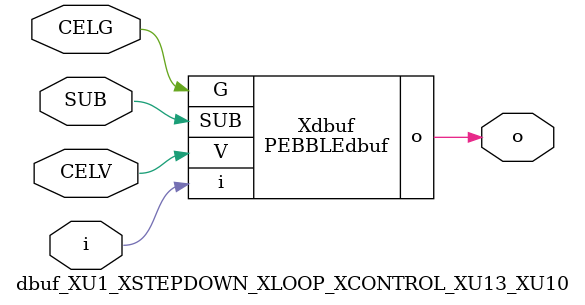
<source format=v>



module PEBBLEdbuf ( o, G, SUB, V, i );

  input V;
  input i;
  input G;
  output o;
  input SUB;
endmodule

//Celera Confidential Do Not Copy dbuf_XU1_XSTEPDOWN_XLOOP_XCONTROL_XU13_XU10
//Celera Confidential Symbol Generator
//Digital Buffer
module dbuf_XU1_XSTEPDOWN_XLOOP_XCONTROL_XU13_XU10 (CELV,CELG,i,o,SUB);
input CELV;
input CELG;
input i;
input SUB;
output o;

//Celera Confidential Do Not Copy dbuf
PEBBLEdbuf Xdbuf(
.V (CELV),
.i (i),
.o (o),
.SUB (SUB),
.G (CELG)
);
//,diesize,PEBBLEdbuf

//Celera Confidential Do Not Copy Module End
//Celera Schematic Generator
endmodule

</source>
